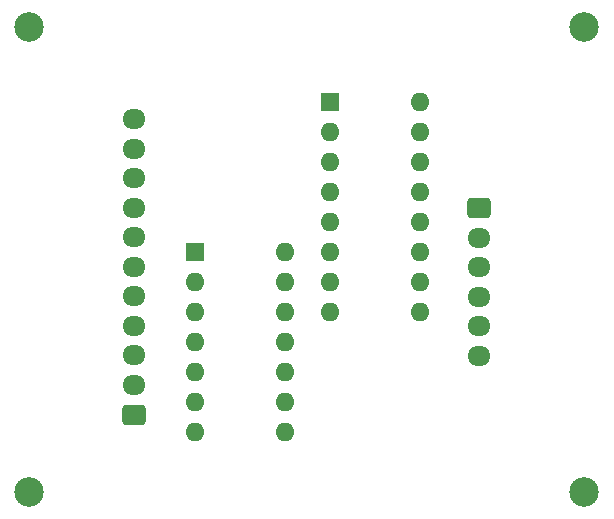
<source format=gbr>
%TF.GenerationSoftware,KiCad,Pcbnew,(6.0.6)*%
%TF.CreationDate,2022-10-14T10:27:47+05:30*%
%TF.ProjectId,exp2,65787032-2e6b-4696-9361-645f70636258,rev?*%
%TF.SameCoordinates,Original*%
%TF.FileFunction,Soldermask,Bot*%
%TF.FilePolarity,Negative*%
%FSLAX46Y46*%
G04 Gerber Fmt 4.6, Leading zero omitted, Abs format (unit mm)*
G04 Created by KiCad (PCBNEW (6.0.6)) date 2022-10-14 10:27:47*
%MOMM*%
%LPD*%
G01*
G04 APERTURE LIST*
G04 Aperture macros list*
%AMRoundRect*
0 Rectangle with rounded corners*
0 $1 Rounding radius*
0 $2 $3 $4 $5 $6 $7 $8 $9 X,Y pos of 4 corners*
0 Add a 4 corners polygon primitive as box body*
4,1,4,$2,$3,$4,$5,$6,$7,$8,$9,$2,$3,0*
0 Add four circle primitives for the rounded corners*
1,1,$1+$1,$2,$3*
1,1,$1+$1,$4,$5*
1,1,$1+$1,$6,$7*
1,1,$1+$1,$8,$9*
0 Add four rect primitives between the rounded corners*
20,1,$1+$1,$2,$3,$4,$5,0*
20,1,$1+$1,$4,$5,$6,$7,0*
20,1,$1+$1,$6,$7,$8,$9,0*
20,1,$1+$1,$8,$9,$2,$3,0*%
G04 Aperture macros list end*
%ADD10RoundRect,0.250000X0.725000X-0.600000X0.725000X0.600000X-0.725000X0.600000X-0.725000X-0.600000X0*%
%ADD11O,1.950000X1.700000*%
%ADD12C,2.500000*%
%ADD13R,1.600000X1.600000*%
%ADD14O,1.600000X1.600000*%
%ADD15RoundRect,0.250000X-0.725000X0.600000X-0.725000X-0.600000X0.725000X-0.600000X0.725000X0.600000X0*%
G04 APERTURE END LIST*
D10*
%TO.C,J1*%
X110482500Y-112830000D03*
D11*
X110482500Y-110330000D03*
X110482500Y-107830000D03*
X110482500Y-105330000D03*
X110482500Y-102830000D03*
X110482500Y-100330000D03*
X110482500Y-97830000D03*
X110482500Y-95330000D03*
X110482500Y-92830000D03*
X110482500Y-90330000D03*
X110482500Y-87830000D03*
%TD*%
D12*
%TO.C,H3*%
X101600000Y-80010000D03*
%TD*%
%TO.C,H2*%
X148590000Y-80010000D03*
%TD*%
D13*
%TO.C,U2*%
X127010000Y-86350000D03*
D14*
X127010000Y-88890000D03*
X127010000Y-91430000D03*
X127010000Y-93970000D03*
X127010000Y-96510000D03*
X127010000Y-99050000D03*
X127010000Y-101590000D03*
X127010000Y-104130000D03*
X134630000Y-104130000D03*
X134630000Y-101590000D03*
X134630000Y-99050000D03*
X134630000Y-96510000D03*
X134630000Y-93970000D03*
X134630000Y-91430000D03*
X134630000Y-88890000D03*
X134630000Y-86350000D03*
%TD*%
D15*
%TO.C,J2*%
X139707500Y-95350000D03*
D11*
X139707500Y-97850000D03*
X139707500Y-100350000D03*
X139707500Y-102850000D03*
X139707500Y-105350000D03*
X139707500Y-107850000D03*
%TD*%
D12*
%TO.C,H4*%
X101600000Y-119380000D03*
%TD*%
%TO.C,H1*%
X148590000Y-119380000D03*
%TD*%
D13*
%TO.C,U1*%
X115580000Y-99055000D03*
D14*
X115580000Y-101595000D03*
X115580000Y-104135000D03*
X115580000Y-106675000D03*
X115580000Y-109215000D03*
X115580000Y-111755000D03*
X115580000Y-114295000D03*
X123200000Y-114295000D03*
X123200000Y-111755000D03*
X123200000Y-109215000D03*
X123200000Y-106675000D03*
X123200000Y-104135000D03*
X123200000Y-101595000D03*
X123200000Y-99055000D03*
%TD*%
M02*

</source>
